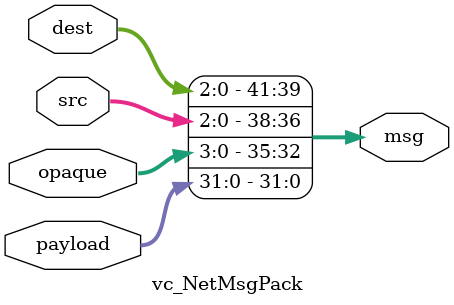
<source format=v>

`ifndef VC_NET_MSGS_V
`define VC_NET_MSGS_V


// Size of message

`define VC_NET_MSG_NBITS(p_,o_,s_)       p_ + o_ + ( 2 * s_ )

// Payload field

`define VC_NET_MSG_PAYLOAD_NBITS(p_,o_,s_)  p_

`define VC_NET_MSG_PAYLOAD_MSB(p_,o_,s_)                                \
  ( `VC_NET_MSG_PAYLOAD_NBITS(p_,o_,s_) - 1 )

`define VC_NET_MSG_PAYLOAD_FIELD(p_,o_,s_)                              \
  ( `VC_NET_MSG_PAYLOAD_MSB(p_,o_,s_) ) : 0

// Opaque field

`define VC_NET_MSG_OPAQUE_NBITS(p_,o_,s_) o_

`define VC_NET_MSG_OPAQUE_MSB(p_,o_,s_)                                 \
  ( `VC_NET_MSG_PAYLOAD_MSB(p_,o_,s_) +                                 \
  `VC_NET_MSG_OPAQUE_NBITS(p_,o_,s_) )

`define VC_NET_MSG_OPAQUE_FIELD(p_,o_,s_)                               \
  ( `VC_NET_MSG_OPAQUE_MSB(p_,o_,s_) ) :                                \
  ( `VC_NET_MSG_PAYLOAD_MSB(p_,o_,s_) + 1 )

// Source field

`define VC_NET_MSG_SRC_NBITS(p_,o_,s_) s_

`define VC_NET_MSG_SRC_MSB(p_,o_,s_)                                    \
  ( `VC_NET_MSG_OPAQUE_MSB(p_,o_,s_) + `VC_NET_MSG_SRC_NBITS(p_,o_,s_) )

`define VC_NET_MSG_SRC_FIELD(p_,o_,s_)                                  \
  ( `VC_NET_MSG_SRC_MSB(p_,o_,s_) ) :                                   \
  ( `VC_NET_MSG_OPAQUE_MSB(p_,o_,s_) + 1 )

// Destination field

`define VC_NET_MSG_DEST_NBITS(p_,o_,s_) s_

`define VC_NET_MSG_DEST_MSB(p_,o_,s_)                                   \
  ( `VC_NET_MSG_SRC_MSB(p_,o_,s_) + `VC_NET_MSG_DEST_NBITS(p_,o_,s_) )

`define VC_NET_MSG_DEST_FIELD(p_,o_,s_)                                 \
  ( `VC_NET_MSG_DEST_MSB(p_,o_,s_) ) :                                  \
  ( `VC_NET_MSG_SRC_MSB(p_,o_,s_) + 1 )

//-------------------------------------------------------------------------
// Pack network message
//-------------------------------------------------------------------------

module vc_NetMsgPack
#(
  parameter p_payload_nbits = 32,
  parameter p_opaque_nbits  = 4,
  parameter p_srcdest_nbits = 3,

  // Shorter names, not to be set from outside the module
  parameter p = p_payload_nbits,
  parameter o = p_opaque_nbits,
  parameter s = p_srcdest_nbits
)
(
  // Input message

  input [`VC_NET_MSG_DEST_NBITS(p,o,s)-1:0]    dest,
  input [`VC_NET_MSG_SRC_NBITS(p,o,s)-1:0]     src,
  input [`VC_NET_MSG_OPAQUE_NBITS(p,o,s)-1:0]  opaque,
  input [`VC_NET_MSG_PAYLOAD_NBITS(p,o,s)-1:0] payload,

  // Output msg

  output [`VC_NET_MSG_NBITS(p,o,s)-1:0]        msg
);

  assign msg[`VC_NET_MSG_DEST_FIELD(p,o,s)]    = dest;
  assign msg[`VC_NET_MSG_SRC_FIELD(p,o,s)]     = src;
  assign msg[`VC_NET_MSG_OPAQUE_FIELD(p,o,s)]  = opaque;
  assign msg[`VC_NET_MSG_PAYLOAD_FIELD(p,o,s)] = payload;

endmodule

//-------------------------------------------------------------------------
// Unpack network message
//-------------------------------------------------------------------------

/*module vc_NetMsgUnpack
#(
  parameter p_payload_nbits = 32,
  parameter p_opaque_nbits  = 4,
  parameter p_srcdest_nbits = 3,

  // Shorter names, not to be set from outside the module
  parameter p = p_payload_nbits,
  parameter o = p_opaque_nbits,
  parameter s = p_srcdest_nbits
)
(
  // Input message

  input  [`VC_NET_MSG_NBITS(p,o,s)-1:0] msg,

  // Output message

  output [`VC_NET_MSG_DEST_NBITS(p,o,s)-1:0]    dest,
  output [`VC_NET_MSG_SRC_NBITS(p,o,s)-1:0]     src,
  output [`VC_NET_MSG_OPAQUE_NBITS(p,o,s)-1:0]  opaque,
  output [`VC_NET_MSG_PAYLOAD_NBITS(p,o,s)-1:0] payload
);

  assign dest    = msg[`VC_NET_MSG_DEST_FIELD(p,o,s)];
  assign src     = msg[`VC_NET_MSG_SRC_FIELD(p,o,s)];
  assign opaque  = msg[`VC_NET_MSG_OPAQUE_FIELD(p,o,s)];
  assign payload = msg[`VC_NET_MSG_PAYLOAD_FIELD(p,o,s)];

endmodule*/

`endif /* VC_NET_MSGS_V */

</source>
